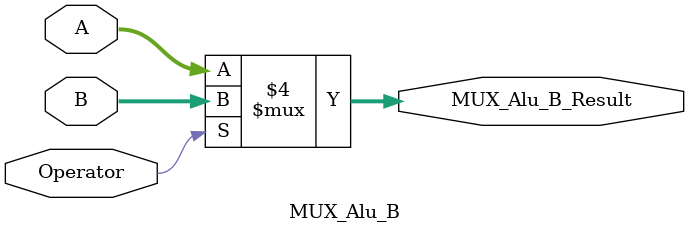
<source format=sv>
module MUX_Alu_B(
  input logic [31:0] A,
  input logic [31:0] B,
  input logic Operator,
  output logic [31:0] MUX_Alu_B_Result
);
  
  always@(*) begin
    if(Operator == 0)
      MUX_Alu_B_Result = A;
    else 
      MUX_Alu_B_Result = B;
  end
  
endmodule
</source>
